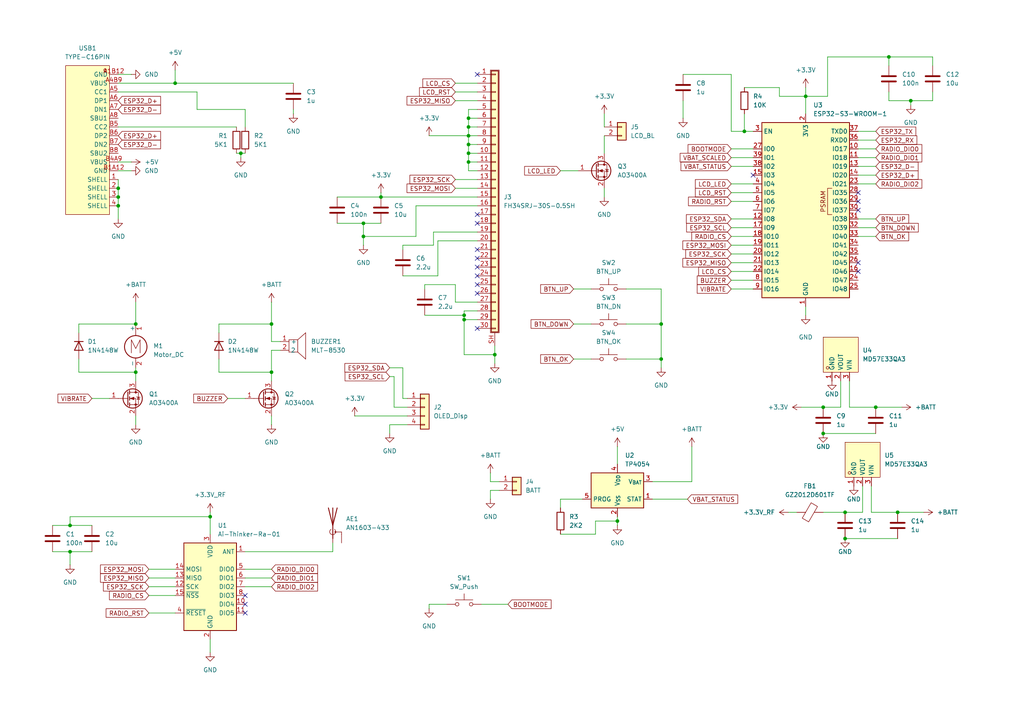
<source format=kicad_sch>
(kicad_sch (version 20231120) (generator "eeschema") (generator_version "8.0")
  (paper "A4")
  (junction (at 135.89 44.45))
  (junction (at 143.51 102.87))
  (junction (at 254 118.11))
  (junction (at 264.16 29.21))
  (junction (at 134.62 92.71))
  (junction (at 257.81 16.51))
  (junction (at 135.89 39.37))
  (junction (at 110.49 57.15))
  (junction (at 135.89 36.83))
  (junction (at 191.77 104.14))
  (junction (at 134.62 91.44))
  (junction (at 215.9 38.1))
  (junction (at 20.32 152.4))
  (junction (at 191.77 93.98))
  (junction (at 135.89 34.29))
  (junction (at 34.29 59.69))
  (junction (at 245.11 148.59))
  (junction (at 39.37 93.98))
  (junction (at 238.76 125.73))
  (junction (at 179.07 151.13))
  (junction (at 69.85 44.45))
  (junction (at 34.29 57.15))
  (junction (at 78.74 107.95))
  (junction (at 20.32 160.02))
  (junction (at 60.96 149.86))
  (junction (at 260.35 148.59))
  (junction (at 105.41 64.77))
  (junction (at 105.41 68.58))
  (junction (at 135.89 41.91))
  (junction (at 245.11 156.21))
  (junction (at 238.76 118.11))
  (junction (at 78.74 93.98))
  (junction (at 34.29 54.61))
  (junction (at 50.8 24.13))
  (junction (at 39.37 107.95))
  (junction (at 233.68 27.94))
  (junction (at 135.89 46.99))
  (no_connect (at 138.43 74.93))
  (no_connect (at 138.43 64.77))
  (no_connect (at 248.92 55.88))
  (no_connect (at 218.44 50.8))
  (no_connect (at 71.12 175.26))
  (no_connect (at 138.43 77.47))
  (no_connect (at 248.92 78.74))
  (no_connect (at 71.12 177.8))
  (no_connect (at 248.92 76.2))
  (no_connect (at 138.43 62.23))
  (no_connect (at 138.43 85.09))
  (no_connect (at 138.43 21.59))
  (no_connect (at 138.43 82.55))
  (no_connect (at 248.92 58.42))
  (no_connect (at 138.43 95.25))
  (no_connect (at 138.43 72.39))
  (no_connect (at 248.92 60.96))
  (no_connect (at 138.43 80.01))
  (no_connect (at 71.12 172.72))
  (wire (pts (xy 162.56 154.94) (xy 172.72 154.94)))
  (wire (pts (xy 191.77 83.82) (xy 191.77 93.98)))
  (wire (pts (xy 22.86 107.95) (xy 39.37 107.95)))
  (wire (pts (xy 132.08 82.55) (xy 123.19 82.55)))
  (wire (pts (xy 39.37 87.63) (xy 39.37 93.98)))
  (wire (pts (xy 134.62 91.44) (xy 134.62 92.71)))
  (wire (pts (xy 50.8 20.32) (xy 50.8 24.13)))
  (wire (pts (xy 233.68 27.94) (xy 233.68 33.02)))
  (wire (pts (xy 132.08 26.67) (xy 138.43 26.67)))
  (wire (pts (xy 60.96 185.42) (xy 60.96 189.23)))
  (wire (pts (xy 129.54 175.26) (xy 124.46 175.26)))
  (wire (pts (xy 132.08 87.63) (xy 132.08 82.55)))
  (wire (pts (xy 248.92 50.8) (xy 254 50.8)))
  (wire (pts (xy 252.73 148.59) (xy 252.73 140.97)))
  (wire (pts (xy 212.09 38.1) (xy 215.9 38.1)))
  (wire (pts (xy 38.1 46.99) (xy 34.29 46.99)))
  (wire (pts (xy 105.41 64.77) (xy 110.49 64.77)))
  (wire (pts (xy 212.09 78.74) (xy 218.44 78.74)))
  (wire (pts (xy 181.61 104.14) (xy 191.77 104.14)))
  (wire (pts (xy 134.62 102.87) (xy 143.51 102.87)))
  (wire (pts (xy 243.84 110.49) (xy 243.84 118.11)))
  (wire (pts (xy 248.92 53.34) (xy 254 53.34)))
  (wire (pts (xy 78.74 120.65) (xy 78.74 123.19)))
  (wire (pts (xy 39.37 107.95) (xy 39.37 110.49)))
  (wire (pts (xy 212.09 53.34) (xy 218.44 53.34)))
  (wire (pts (xy 175.26 39.37) (xy 175.26 44.45)))
  (wire (pts (xy 200.66 129.54) (xy 200.66 139.7)))
  (wire (pts (xy 116.84 115.57) (xy 116.84 106.68)))
  (wire (pts (xy 168.91 144.78) (xy 162.56 144.78)))
  (wire (pts (xy 212.09 21.59) (xy 212.09 38.1)))
  (wire (pts (xy 212.09 81.28) (xy 218.44 81.28)))
  (wire (pts (xy 248.92 63.5) (xy 254 63.5)))
  (wire (pts (xy 123.19 82.55) (xy 123.19 83.82)))
  (wire (pts (xy 38.1 49.53) (xy 34.29 49.53)))
  (wire (pts (xy 105.41 68.58) (xy 105.41 71.12)))
  (wire (pts (xy 124.46 175.26) (xy 124.46 176.53)))
  (wire (pts (xy 257.81 29.21) (xy 264.16 29.21)))
  (wire (pts (xy 71.12 160.02) (xy 96.52 160.02)))
  (wire (pts (xy 212.09 45.72) (xy 218.44 45.72)))
  (wire (pts (xy 125.73 71.12) (xy 116.84 71.12)))
  (wire (pts (xy 20.32 160.02) (xy 26.67 160.02)))
  (wire (pts (xy 68.58 44.45) (xy 69.85 44.45)))
  (wire (pts (xy 116.84 80.01) (xy 127 80.01)))
  (wire (pts (xy 212.09 43.18) (xy 218.44 43.18)))
  (wire (pts (xy 189.23 144.78) (xy 199.39 144.78)))
  (wire (pts (xy 71.12 31.75) (xy 57.15 31.75)))
  (wire (pts (xy 264.16 29.21) (xy 270.51 29.21)))
  (wire (pts (xy 138.43 31.75) (xy 135.89 31.75)))
  (wire (pts (xy 228.6 148.59) (xy 231.14 148.59)))
  (wire (pts (xy 248.92 66.04) (xy 254 66.04)))
  (wire (pts (xy 212.09 55.88) (xy 218.44 55.88)))
  (wire (pts (xy 135.89 44.45) (xy 138.43 44.45)))
  (wire (pts (xy 172.72 151.13) (xy 179.07 151.13)))
  (wire (pts (xy 22.86 104.14) (xy 22.86 107.95)))
  (wire (pts (xy 166.37 83.82) (xy 171.45 83.82)))
  (wire (pts (xy 233.68 25.4) (xy 233.68 27.94)))
  (wire (pts (xy 110.49 55.88) (xy 110.49 57.15)))
  (wire (pts (xy 138.43 67.31) (xy 125.73 67.31)))
  (wire (pts (xy 212.09 76.2) (xy 218.44 76.2)))
  (wire (pts (xy 50.8 24.13) (xy 34.29 24.13)))
  (wire (pts (xy 71.12 170.18) (xy 78.74 170.18)))
  (wire (pts (xy 248.92 38.1) (xy 254 38.1)))
  (wire (pts (xy 200.66 139.7) (xy 189.23 139.7)))
  (wire (pts (xy 246.38 118.11) (xy 246.38 110.49)))
  (wire (pts (xy 135.89 34.29) (xy 135.89 36.83)))
  (wire (pts (xy 248.92 45.72) (xy 254 45.72)))
  (wire (pts (xy 113.03 123.19) (xy 113.03 125.73)))
  (wire (pts (xy 123.19 91.44) (xy 134.62 91.44)))
  (wire (pts (xy 248.92 43.18) (xy 254 43.18)))
  (wire (pts (xy 135.89 39.37) (xy 138.43 39.37)))
  (wire (pts (xy 34.29 57.15) (xy 34.29 59.69)))
  (wire (pts (xy 212.09 48.26) (xy 218.44 48.26)))
  (wire (pts (xy 34.29 54.61) (xy 34.29 57.15)))
  (wire (pts (xy 166.37 104.14) (xy 171.45 104.14)))
  (wire (pts (xy 135.89 39.37) (xy 135.89 41.91)))
  (wire (pts (xy 261.62 118.11) (xy 254 118.11)))
  (wire (pts (xy 38.1 21.59) (xy 34.29 21.59)))
  (wire (pts (xy 135.89 34.29) (xy 138.43 34.29)))
  (wire (pts (xy 135.89 36.83) (xy 138.43 36.83)))
  (wire (pts (xy 245.11 156.21) (xy 260.35 156.21)))
  (wire (pts (xy 212.09 71.12) (xy 218.44 71.12)))
  (wire (pts (xy 191.77 104.14) (xy 191.77 106.68)))
  (wire (pts (xy 139.7 175.26) (xy 147.32 175.26)))
  (wire (pts (xy 113.03 109.22) (xy 114.3 109.22)))
  (wire (pts (xy 63.5 93.98) (xy 63.5 96.52)))
  (wire (pts (xy 34.29 52.07) (xy 34.29 54.61)))
  (wire (pts (xy 240.03 16.51) (xy 257.81 16.51)))
  (wire (pts (xy 142.24 142.24) (xy 142.24 144.78)))
  (wire (pts (xy 138.43 59.69) (xy 120.65 59.69)))
  (wire (pts (xy 212.09 83.82) (xy 218.44 83.82)))
  (wire (pts (xy 60.96 149.86) (xy 60.96 154.94)))
  (wire (pts (xy 238.76 125.73) (xy 254 125.73)))
  (wire (pts (xy 20.32 149.86) (xy 60.96 149.86)))
  (wire (pts (xy 179.07 151.13) (xy 179.07 152.4)))
  (wire (pts (xy 134.62 92.71) (xy 134.62 102.87)))
  (wire (pts (xy 226.06 27.94) (xy 233.68 27.94)))
  (wire (pts (xy 69.85 44.45) (xy 69.85 45.72)))
  (wire (pts (xy 175.26 33.02) (xy 175.26 36.83)))
  (wire (pts (xy 102.87 120.65) (xy 118.11 120.65)))
  (wire (pts (xy 118.11 115.57) (xy 116.84 115.57)))
  (wire (pts (xy 81.28 101.6) (xy 78.74 101.6)))
  (wire (pts (xy 143.51 100.33) (xy 143.51 102.87)))
  (wire (pts (xy 78.74 107.95) (xy 78.74 110.49)))
  (wire (pts (xy 71.12 167.64) (xy 78.74 167.64)))
  (wire (pts (xy 120.65 59.69) (xy 120.65 68.58)))
  (wire (pts (xy 125.73 67.31) (xy 125.73 71.12)))
  (wire (pts (xy 135.89 49.53) (xy 138.43 49.53)))
  (wire (pts (xy 97.79 57.15) (xy 110.49 57.15)))
  (wire (pts (xy 43.18 172.72) (xy 50.8 172.72)))
  (wire (pts (xy 138.43 87.63) (xy 132.08 87.63)))
  (wire (pts (xy 69.85 44.45) (xy 71.12 44.45)))
  (wire (pts (xy 144.78 142.24) (xy 142.24 142.24)))
  (wire (pts (xy 181.61 93.98) (xy 191.77 93.98)))
  (wire (pts (xy 135.89 46.99) (xy 138.43 46.99)))
  (wire (pts (xy 15.24 152.4) (xy 20.32 152.4)))
  (wire (pts (xy 116.84 106.68) (xy 113.03 106.68)))
  (wire (pts (xy 124.46 39.37) (xy 135.89 39.37)))
  (wire (pts (xy 257.81 26.67) (xy 257.81 29.21)))
  (wire (pts (xy 34.29 36.83) (xy 68.58 36.83)))
  (wire (pts (xy 114.3 109.22) (xy 114.3 118.11)))
  (wire (pts (xy 15.24 160.02) (xy 20.32 160.02)))
  (wire (pts (xy 34.29 59.69) (xy 34.29 63.5)))
  (wire (pts (xy 257.81 16.51) (xy 270.51 16.51)))
  (wire (pts (xy 248.92 68.58) (xy 254 68.58)))
  (wire (pts (xy 254 118.11) (xy 246.38 118.11)))
  (wire (pts (xy 127 80.01) (xy 127 69.85)))
  (wire (pts (xy 238.76 118.11) (xy 243.84 118.11)))
  (wire (pts (xy 20.32 152.4) (xy 26.67 152.4)))
  (wire (pts (xy 233.68 88.9) (xy 233.68 91.44)))
  (wire (pts (xy 198.12 21.59) (xy 212.09 21.59)))
  (wire (pts (xy 257.81 16.51) (xy 257.81 19.05)))
  (wire (pts (xy 20.32 160.02) (xy 20.32 163.83)))
  (wire (pts (xy 116.84 71.12) (xy 116.84 72.39)))
  (wire (pts (xy 166.37 93.98) (xy 171.45 93.98)))
  (wire (pts (xy 179.07 129.54) (xy 179.07 134.62)))
  (wire (pts (xy 260.35 148.59) (xy 252.73 148.59)))
  (wire (pts (xy 138.43 90.17) (xy 134.62 90.17)))
  (wire (pts (xy 215.9 38.1) (xy 218.44 38.1)))
  (wire (pts (xy 245.11 148.59) (xy 250.19 148.59)))
  (wire (pts (xy 179.07 149.86) (xy 179.07 151.13)))
  (wire (pts (xy 63.5 107.95) (xy 78.74 107.95)))
  (wire (pts (xy 132.08 54.61) (xy 138.43 54.61)))
  (wire (pts (xy 135.89 36.83) (xy 135.89 39.37)))
  (wire (pts (xy 20.32 152.4) (xy 20.32 149.86)))
  (wire (pts (xy 135.89 44.45) (xy 135.89 46.99)))
  (wire (pts (xy 60.96 148.59) (xy 60.96 149.86)))
  (wire (pts (xy 78.74 93.98) (xy 63.5 93.98)))
  (wire (pts (xy 66.04 115.57) (xy 71.12 115.57)))
  (wire (pts (xy 212.09 58.42) (xy 218.44 58.42)))
  (wire (pts (xy 120.65 68.58) (xy 105.41 68.58)))
  (wire (pts (xy 143.51 102.87) (xy 143.51 105.41)))
  (wire (pts (xy 238.76 148.59) (xy 245.11 148.59)))
  (wire (pts (xy 212.09 66.04) (xy 218.44 66.04)))
  (wire (pts (xy 226.06 25.4) (xy 226.06 27.94)))
  (wire (pts (xy 63.5 104.14) (xy 63.5 107.95)))
  (wire (pts (xy 110.49 57.15) (xy 138.43 57.15)))
  (wire (pts (xy 96.52 160.02) (xy 96.52 157.48)))
  (wire (pts (xy 43.18 170.18) (xy 50.8 170.18)))
  (wire (pts (xy 57.15 31.75) (xy 57.15 26.67)))
  (wire (pts (xy 240.03 16.51) (xy 240.03 27.94)))
  (wire (pts (xy 248.92 48.26) (xy 254 48.26)))
  (wire (pts (xy 250.19 140.97) (xy 250.19 148.59)))
  (wire (pts (xy 142.24 139.7) (xy 142.24 137.16)))
  (wire (pts (xy 22.86 93.98) (xy 22.86 96.52)))
  (wire (pts (xy 132.08 52.07) (xy 138.43 52.07)))
  (wire (pts (xy 267.97 148.59) (xy 260.35 148.59)))
  (wire (pts (xy 240.03 27.94) (xy 233.68 27.94)))
  (wire (pts (xy 78.74 87.63) (xy 78.74 93.98)))
  (wire (pts (xy 162.56 144.78) (xy 162.56 147.32)))
  (wire (pts (xy 71.12 36.83) (xy 71.12 31.75)))
  (wire (pts (xy 50.8 24.13) (xy 85.09 24.13)))
  (wire (pts (xy 135.89 46.99) (xy 135.89 49.53)))
  (wire (pts (xy 26.67 115.57) (xy 31.75 115.57)))
  (wire (pts (xy 135.89 31.75) (xy 135.89 34.29)))
  (wire (pts (xy 212.09 63.5) (xy 218.44 63.5)))
  (wire (pts (xy 270.51 19.05) (xy 270.51 16.51)))
  (wire (pts (xy 135.89 41.91) (xy 138.43 41.91)))
  (wire (pts (xy 132.08 24.13) (xy 138.43 24.13)))
  (wire (pts (xy 57.15 26.67) (xy 34.29 26.67)))
  (wire (pts (xy 105.41 68.58) (xy 105.41 64.77)))
  (wire (pts (xy 127 69.85) (xy 138.43 69.85)))
  (wire (pts (xy 270.51 29.21) (xy 270.51 26.67)))
  (wire (pts (xy 134.62 90.17) (xy 134.62 91.44)))
  (wire (pts (xy 71.12 165.1) (xy 78.74 165.1)))
  (wire (pts (xy 114.3 118.11) (xy 118.11 118.11)))
  (wire (pts (xy 144.78 139.7) (xy 142.24 139.7)))
  (wire (pts (xy 78.74 99.06) (xy 78.74 93.98)))
  (wire (pts (xy 43.18 177.8) (xy 50.8 177.8)))
  (wire (pts (xy 138.43 92.71) (xy 134.62 92.71)))
  (wire (pts (xy 118.11 123.19) (xy 113.03 123.19)))
  (wire (pts (xy 175.26 54.61) (xy 175.26 57.15)))
  (wire (pts (xy 97.79 64.77) (xy 105.41 64.77)))
  (wire (pts (xy 181.61 83.82) (xy 191.77 83.82)))
  (wire (pts (xy 81.28 99.06) (xy 78.74 99.06)))
  (wire (pts (xy 39.37 107.95) (xy 39.37 106.68)))
  (wire (pts (xy 43.18 167.64) (xy 50.8 167.64)))
  (wire (pts (xy 232.41 118.11) (xy 238.76 118.11)))
  (wire (pts (xy 135.89 41.91) (xy 135.89 44.45)))
  (wire (pts (xy 191.77 93.98) (xy 191.77 104.14)))
  (wire (pts (xy 198.12 29.21) (xy 198.12 34.29)))
  (wire (pts (xy 43.18 165.1) (xy 50.8 165.1)))
  (wire (pts (xy 172.72 154.94) (xy 172.72 151.13)))
  (wire (pts (xy 132.08 29.21) (xy 138.43 29.21)))
  (wire (pts (xy 215.9 33.02) (xy 215.9 38.1)))
  (wire (pts (xy 248.92 40.64) (xy 254 40.64)))
  (wire (pts (xy 264.16 29.21) (xy 264.16 30.48)))
  (wire (pts (xy 85.09 31.75) (xy 85.09 33.02)))
  (wire (pts (xy 78.74 101.6) (xy 78.74 107.95)))
  (wire (pts (xy 39.37 93.98) (xy 22.86 93.98)))
  (wire (pts (xy 215.9 25.4) (xy 226.06 25.4)))
  (wire (pts (xy 39.37 120.65) (xy 39.37 123.19)))
  (wire (pts (xy 212.09 68.58) (xy 218.44 68.58)))
  (wire (pts (xy 162.56 49.53) (xy 167.64 49.53)))
  (wire (pts (xy 212.09 73.66) (xy 218.44 73.66)))
  (global_label "ESP32_RX" (shape input) (at 254 40.64 0) (property "Intersheetrefs" "${INTERSHEET_REFS}" (effects (hide yes))))
  (global_label "LCD_LED" (shape input) (at 212.09 53.34 180) (property "Intersheetrefs" "${INTERSHEET_REFS}" (effects (hide yes))))
  (global_label "ESP32_SCK" (shape input) (at 132.08 52.07 180) (property "Intersheetrefs" "${INTERSHEET_REFS}" (effects (hide yes))))
  (global_label "ESP32_SDA" (shape input) (at 212.09 63.5 180) (property "Intersheetrefs" "${INTERSHEET_REFS}" (effects (hide yes))))
  (global_label "ESP32_SCK" (shape input) (at 43.18 170.18 180) (property "Intersheetrefs" "${INTERSHEET_REFS}" (effects (hide yes))))
  (global_label "VBAT_STATUS" (shape input) (at 212.09 48.26 180) (property "Intersheetrefs" "${INTERSHEET_REFS}" (effects (hide yes))))
  (global_label "RADIO_DIO0" (shape input) (at 254 43.18 0) (property "Intersheetrefs" "${INTERSHEET_REFS}" (effects (hide yes))))
  (global_label "ESP32_SCK" (shape input) (at 212.09 73.66 180) (property "Intersheetrefs" "${INTERSHEET_REFS}" (effects (hide yes))))
  (global_label "RADIO_DIO1" (shape input) (at 78.74 167.64 0) (property "Intersheetrefs" "${INTERSHEET_REFS}" (effects (hide yes))))
  (global_label "VIBRATE" (shape input) (at 26.67 115.57 180) (property "Intersheetrefs" "${INTERSHEET_REFS}" (effects (hide yes))))
  (global_label "LCD_CS" (shape input) (at 212.09 78.74 180) (property "Intersheetrefs" "${INTERSHEET_REFS}" (effects (hide yes))))
  (global_label "ESP32_D+" (shape input) (at 254 50.8 0) (property "Intersheetrefs" "${INTERSHEET_REFS}" (effects (hide yes))))
  (global_label "ESP32_MISO" (shape input) (at 43.18 167.64 180) (property "Intersheetrefs" "${INTERSHEET_REFS}" (effects (hide yes))))
  (global_label "ESP32_SCL" (shape input) (at 212.09 66.04 180) (property "Intersheetrefs" "${INTERSHEET_REFS}" (effects (hide yes))))
  (global_label "BOOTMODE" (shape input) (at 212.09 43.18 180) (property "Intersheetrefs" "${INTERSHEET_REFS}" (effects (hide yes))))
  (global_label "LCD_LED" (shape input) (at 162.56 49.53 180) (property "Intersheetrefs" "${INTERSHEET_REFS}" (effects (hide yes))))
  (global_label "VBAT_STATUS" (shape input) (at 199.39 144.78 0) (property "Intersheetrefs" "${INTERSHEET_REFS}" (effects (hide yes))))
  (global_label "ESP32_D-" (shape input) (at 34.29 41.91 0) (property "Intersheetrefs" "${INTERSHEET_REFS}" (effects (hide yes))))
  (global_label "ESP32_TX" (shape input) (at 254 38.1 0) (property "Intersheetrefs" "${INTERSHEET_REFS}" (effects (hide yes))))
  (global_label "RADIO_DIO0" (shape input) (at 78.74 165.1 0) (property "Intersheetrefs" "${INTERSHEET_REFS}" (effects (hide yes))))
  (global_label "RADIO_CS" (shape input) (at 43.18 172.72 180) (property "Intersheetrefs" "${INTERSHEET_REFS}" (effects (hide yes))))
  (global_label "BTN_DOWN" (shape input) (at 166.37 93.98 180) (property "Intersheetrefs" "${INTERSHEET_REFS}" (effects (hide yes))))
  (global_label "ESP32_MOSI" (shape input) (at 212.09 71.12 180) (property "Intersheetrefs" "${INTERSHEET_REFS}" (effects (hide yes))))
  (global_label "RADIO_RST" (shape input) (at 43.18 177.8 180) (property "Intersheetrefs" "${INTERSHEET_REFS}" (effects (hide yes))))
  (global_label "BUZZER" (shape input) (at 212.09 81.28 180) (property "Intersheetrefs" "${INTERSHEET_REFS}" (effects (hide yes))))
  (global_label "BTN_UP" (shape input) (at 166.37 83.82 180) (property "Intersheetrefs" "${INTERSHEET_REFS}" (effects (hide yes))))
  (global_label "BTN_UP" (shape input) (at 254 63.5 0) (property "Intersheetrefs" "${INTERSHEET_REFS}" (effects (hide yes))))
  (global_label "ESP32_MISO" (shape input) (at 212.09 76.2 180) (property "Intersheetrefs" "${INTERSHEET_REFS}" (effects (hide yes))))
  (global_label "ESP32_SDA" (shape input) (at 113.03 106.68 180) (property "Intersheetrefs" "${INTERSHEET_REFS}" (effects (hide yes))))
  (global_label "ESP32_MOSI" (shape input) (at 43.18 165.1 180) (property "Intersheetrefs" "${INTERSHEET_REFS}" (effects (hide yes))))
  (global_label "LCD_CS" (shape input) (at 132.08 24.13 180) (property "Intersheetrefs" "${INTERSHEET_REFS}" (effects (hide yes))))
  (global_label "RADIO_CS" (shape input) (at 212.09 68.58 180) (property "Intersheetrefs" "${INTERSHEET_REFS}" (effects (hide yes))))
  (global_label "ESP32_D+" (shape input) (at 34.29 39.37 0) (property "Intersheetrefs" "${INTERSHEET_REFS}" (effects (hide yes))))
  (global_label "BTN_OK" (shape input) (at 254 68.58 0) (property "Intersheetrefs" "${INTERSHEET_REFS}" (effects (hide yes))))
  (global_label "ESP32_MOSI" (shape input) (at 132.08 54.61 180) (property "Intersheetrefs" "${INTERSHEET_REFS}" (effects (hide yes))))
  (global_label "RADIO_DIO2" (shape input) (at 78.74 170.18 0) (property "Intersheetrefs" "${INTERSHEET_REFS}" (effects (hide yes))))
  (global_label "RADIO_DIO2" (shape input) (at 254 53.34 0) (property "Intersheetrefs" "${INTERSHEET_REFS}" (effects (hide yes))))
  (global_label "BTN_OK" (shape input) (at 166.37 104.14 180) (property "Intersheetrefs" "${INTERSHEET_REFS}" (effects (hide yes))))
  (global_label "BUZZER" (shape input) (at 66.04 115.57 180) (property "Intersheetrefs" "${INTERSHEET_REFS}" (effects (hide yes))))
  (global_label "ESP32_D-" (shape input) (at 254 48.26 0) (property "Intersheetrefs" "${INTERSHEET_REFS}" (effects (hide yes))))
  (global_label "ESP32_SCL" (shape input) (at 113.03 109.22 180) (property "Intersheetrefs" "${INTERSHEET_REFS}" (effects (hide yes))))
  (global_label "RADIO_DIO1" (shape input) (at 254 45.72 0) (property "Intersheetrefs" "${INTERSHEET_REFS}" (effects (hide yes))))
  (global_label "ESP32_MISO" (shape input) (at 132.08 29.21 180) (property "Intersheetrefs" "${INTERSHEET_REFS}" (effects (hide yes))))
  (global_label "VIBRATE" (shape input) (at 212.09 83.82 180) (property "Intersheetrefs" "${INTERSHEET_REFS}" (effects (hide yes))))
  (global_label "BOOTMODE" (shape input) (at 147.32 175.26 0) (property "Intersheetrefs" "${INTERSHEET_REFS}" (effects (hide yes))))
  (global_label "LCD_RST" (shape input) (at 212.09 55.88 180) (property "Intersheetrefs" "${INTERSHEET_REFS}" (effects (hide yes))))
  (global_label "LCD_RST" (shape input) (at 132.08 26.67 180) (property "Intersheetrefs" "${INTERSHEET_REFS}" (effects (hide yes))))
  (global_label "VBAT_SCALED" (shape input) (at 212.09 45.72 180) (property "Intersheetrefs" "${INTERSHEET_REFS}" (effects (hide yes))))
  (global_label "BTN_DOWN" (shape input) (at 254 66.04 0) (property "Intersheetrefs" "${INTERSHEET_REFS}" (effects (hide yes))))
  (global_label "ESP32_D-" (shape input) (at 34.29 31.75 0) (property "Intersheetrefs" "${INTERSHEET_REFS}" (effects (hide yes))))
  (global_label "ESP32_D+" (shape input) (at 34.29 29.21 0) (property "Intersheetrefs" "${INTERSHEET_REFS}" (effects (hide yes))))
  (global_label "RADIO_RST" (shape input) (at 212.09 58.42 180) (property "Intersheetrefs" "${INTERSHEET_REFS}" (effects (hide yes))))
  (symbol (lib_id "easyeda:MD57E33QA3") (at 243.84 102.87 90) (unit 1)
    (property "Reference" "U4" (at 250.19 101.5999 90) (effects (justify right)))
    (property "Value" "MD57E33QA3" (at 250.19 104.1399 90) (effects (justify right)))
    (property "Footprint" "easyeda:SOT-23-3_L2.9-W1.6-P1.90-LS2.8-BR" (effects (hide yes)))
    (property "LCSC Part" "C920553" (effects (hide yes)))
  )
  (symbol (lib_id "power:GND") (at 238.76 125.73 0) (unit 1)
    (property "Reference" "#PWR036" (effects (hide yes)))
    (property "Value" "GND" (at 238.76 129.54 0))
    (property "Description" "Power symbol creates a global label with name \"GND\" , ground" (effects (hide yes)))
  )
  (symbol (lib_id "Device:C") (at 123.19 87.63 0) (unit 1)
    (property "Reference" "C7" (at 127 86.3599 0) (effects (justify left)))
    (property "Value" "2.2u" (at 127 88.8999 0) (effects (justify left)))
    (property "Footprint" "Capacitor_SMD:C_0805_2012Metric" (effects (hide yes)))
    (property "Description" "Unpolarized capacitor" (effects (hide yes)))
  )
  (symbol (lib_id "power:GND") (at 113.03 125.73 0) (unit 1)
    (property "Reference" "#PWR016" (effects (hide yes)))
    (property "Value" "GND" (at 113.03 130.81 0))
    (property "Description" "Power symbol creates a global label with name \"GND\" , ground" (effects (hide yes)))
  )
  (symbol (lib_id "power:+3.3V") (at 110.49 55.88 0) (unit 1)
    (property "Reference" "#PWR015" (effects (hide yes)))
    (property "Value" "+3.3V" (at 110.49 50.8 0))
    (property "Description" "Power symbol creates a global label with name \"+3.3V\"" (effects (hide yes)))
  )
  (symbol (lib_id "power:GND") (at 38.1 49.53 90) (unit 1)
    (property "Reference" "#PWR040" (effects (hide yes)))
    (property "Value" "GND" (at 41.91 49.5299 90) (effects (justify right)))
    (property "Description" "Power symbol creates a global label with name \"GND\" , ground" (effects (hide yes)))
  )
  (symbol (lib_id "power:GND") (at 142.24 144.78 0) (unit 1)
    (property "Reference" "#PWR020" (effects (hide yes)))
    (property "Value" "GND" (at 142.24 149.86 0))
    (property "Description" "Power symbol creates a global label with name \"GND\" , ground" (effects (hide yes)))
  )
  (symbol (lib_id "Device:C") (at 254 121.92 0) (unit 1)
    (property "Reference" "C11" (at 257.81 120.6499 0) (effects (justify left)))
    (property "Value" "1u" (at 257.81 123.1899 0) (effects (justify left)))
    (property "Footprint" "Capacitor_SMD:C_0805_2012Metric" (effects (hide yes)))
    (property "Description" "Unpolarized capacitor" (effects (hide yes)))
  )
  (symbol (lib_id "power:GND") (at 124.46 176.53 0) (unit 1)
    (property "Reference" "#PWR018" (effects (hide yes)))
    (property "Value" "GND" (at 124.46 181.61 0))
    (property "Description" "Power symbol creates a global label with name \"GND\" , ground" (effects (hide yes)))
  )
  (symbol (lib_id "power:GND") (at 69.85 45.72 0) (unit 1)
    (property "Reference" "#PWR08" (effects (hide yes)))
    (property "Value" "GND" (at 69.85 50.8 0))
    (property "Description" "Power symbol creates a global label with name \"GND\" , ground" (effects (hide yes)))
  )
  (symbol (lib_id "power:+3.3V") (at 102.87 120.65 0) (unit 1)
    (property "Reference" "#PWR013" (effects (hide yes)))
    (property "Value" "+3.3V" (at 102.87 115.57 0))
    (property "Description" "Power symbol creates a global label with name \"+3.3V\"" (effects (hide yes)))
  )
  (symbol (lib_id "power:+BATT") (at 267.97 148.59 270) (unit 1)
    (property "Reference" "#PWR039" (effects (hide yes)))
    (property "Value" "+BATT" (at 271.78 148.5899 90) (effects (justify left)))
    (property "Description" "Power symbol creates a global label with name \"+BATT\"" (effects (hide yes)))
  )
  (symbol (lib_id "Device:C") (at 85.09 27.94 0) (unit 1)
    (property "Reference" "C3" (at 88.9 26.6699 0) (effects (justify left)))
    (property "Value" "1u" (at 88.9 29.2099 0) (effects (justify left)))
    (property "Footprint" "Capacitor_SMD:C_0805_2012Metric" (effects (hide yes)))
    (property "Description" "Unpolarized capacitor" (effects (hide yes)))
  )
  (symbol (lib_id "power:GND") (at 245.11 156.21 0) (unit 1)
    (property "Reference" "#PWR037" (effects (hide yes)))
    (property "Value" "GND" (at 245.11 160.02 0))
    (property "Description" "Power symbol creates a global label with name \"GND\" , ground" (effects (hide yes)))
  )
  (symbol (lib_id "Battery_Management:MCP73831-2-OT") (at 179.07 142.24 0) (unit 1)
    (property "Reference" "U2" (at 181.2641 132.08 0) (effects (justify left)))
    (property "Value" "TP4054" (at 181.2641 134.62 0) (effects (justify left)))
    (property "Footprint" "Package_TO_SOT_SMD:SOT-23-5" (effects (hide yes)))
    (property "Datasheet" "https://www.lcsc.com/datasheet/lcsc_datasheet_1809261814_TOPPOWER-Nanjing-Extension-Microelectronics-TP4054-42-SOT25R_C32574.pdf" (effects (hide yes)))
  )
  (symbol (lib_id "RF_Module:ESP32-S3-WROOM-1") (at 233.68 60.96 0) (unit 1)
    (property "Reference" "U3" (at 235.8741 30.48 0) (effects (justify left)))
    (property "Value" "ESP32-S3-WROOM-1" (at 235.8741 33.02 0) (effects (justify left)))
    (property "Footprint" "RF_Module:ESP32-S3-WROOM-1" (effects (hide yes)))
    (property "Datasheet" "https://www.espressif.com/sites/default/files/documentation/esp32-s3-wroom-1_wroom-1u_datasheet_en.pdf" (effects (hide yes)))
    (property "Description" "RF Module, ESP32-S3 SoC, Wi-Fi 802.11b/g/n, Bluetooth, BLE, 32-bit, 3.3V, onboard antenna, SMD" (effects (hide yes)))
  )
  (symbol (lib_id "power:+BATT") (at 200.66 129.54 0) (unit 1)
    (property "Reference" "#PWR028" (effects (hide yes)))
    (property "Value" "+BATT" (at 200.66 124.46 0))
    (property "Description" "Power symbol creates a global label with name \"+BATT\"" (effects (hide yes)))
  )
  (symbol (lib_id "Transistor_FET:AO3400A") (at 36.83 115.57 0) (unit 1)
    (property "Reference" "Q1" (at 43.18 114.2999 0) (effects (justify left)))
    (property "Value" "AO3400A" (at 43.18 116.8399 0) (effects (justify left)))
    (property "Footprint" "Package_TO_SOT_SMD:SOT-23" (effects (hide yes)))
    (property "Datasheet" "http://www.aosmd.com/pdfs/datasheet/AO3400A.pdf" (effects (hide yes)))
    (property "Description" "30V Vds, 5.7A Id, N-Channel MOSFET, SOT-23" (effects (hide yes)))
  )
  (symbol (lib_id "Transistor_FET:AO3400A") (at 172.72 49.53 0) (unit 1)
    (property "Reference" "Q3" (at 179.07 48.2599 0) (effects (justify left)))
    (property "Value" "AO3400A" (at 179.07 50.7999 0) (effects (justify left)))
    (property "Footprint" "Package_TO_SOT_SMD:SOT-23" (effects (hide yes)))
    (property "Datasheet" "http://www.aosmd.com/pdfs/datasheet/AO3400A.pdf" (effects (hide yes)))
    (property "Description" "30V Vds, 5.7A Id, N-Channel MOSFET, SOT-23" (effects (hide yes)))
  )
  (symbol (lib_id "Connector_Generic:Conn_01x02") (at 180.34 36.83 0) (unit 1)
    (property "Reference" "J5" (at 182.88 36.8299 0) (effects (justify left)))
    (property "Value" "LCD_BL" (at 182.88 39.3699 0) (effects (justify left)))
    (property "Footprint" "Waffle2Rev0.1:ER-CON2.0-2P-SMD" (effects (hide yes)))
    (property "Description" "Generic connector, single row, 01x02, script generated (kicad-library-utils/schlib/autogen/connector/)" (effects (hide yes)))
  )
  (symbol (lib_id "Device:R") (at 71.12 40.64 0) (unit 1)
    (property "Reference" "R2" (at 73.66 39.3699 0) (effects (justify left)))
    (property "Value" "5K1" (at 73.66 41.9099 0) (effects (justify left)))
    (property "Footprint" "Capacitor_SMD:C_0805_2012Metric" (effects (hide yes)))
    (property "Description" "Resistor" (effects (hide yes)))
  )
  (symbol (lib_id "power:GND") (at 20.32 163.83 0) (unit 1)
    (property "Reference" "#PWR01" (effects (hide yes)))
    (property "Value" "GND" (at 20.32 168.91 0))
    (property "Description" "Power symbol creates a global label with name \"GND\" , ground" (effects (hide yes)))
  )
  (symbol (lib_id "Device:C") (at 116.84 76.2 0) (unit 1)
    (property "Reference" "C6" (at 120.65 74.9299 0) (effects (justify left)))
    (property "Value" "2.2u" (at 120.65 77.4699 0) (effects (justify left)))
    (property "Footprint" "Capacitor_SMD:C_0805_2012Metric" (effects (hide yes)))
    (property "Description" "Unpolarized capacitor" (effects (hide yes)))
  )
  (symbol (lib_id "Device:C") (at 257.81 22.86 0) (unit 1)
    (property "Reference" "C10" (at 261.62 21.5899 0) (effects (justify left)))
    (property "Value" "100n" (at 261.62 24.1299 0) (effects (justify left)))
    (property "Footprint" "Capacitor_SMD:C_0805_2012Metric" (effects (hide yes)))
    (property "Description" "Unpolarized capacitor" (effects (hide yes)))
  )
  (symbol (lib_id "power:GND") (at 247.65 140.97 0) (unit 1)
    (property "Reference" "#PWR038" (effects (hide yes)))
    (property "Value" "GND" (at 247.65 144.78 0))
    (property "Description" "Power symbol creates a global label with name \"GND\" , ground" (effects (hide yes)))
  )
  (symbol (lib_id "power:GND") (at 179.07 152.4 0) (unit 1)
    (property "Reference" "#PWR026" (effects (hide yes)))
    (property "Value" "GND" (at 179.07 157.48 0))
    (property "Description" "Power symbol creates a global label with name \"GND\" , ground" (effects (hide yes)))
  )
  (symbol (lib_id "Connector_Generic:Conn_01x04") (at 123.19 118.11 0) (unit 1)
    (property "Reference" "J2" (at 125.73 118.1099 0) (effects (justify left)))
    (property "Value" "OLED_Disp" (at 125.73 120.6499 0) (effects (justify left)))
    (property "Footprint" "Connector_PinHeader_2.54mm:PinHeader_1x04_P2.54mm_Vertical" (effects (hide yes)))
    (property "Description" "Generic connector, single row, 01x04, script generated (kicad-library-utils/schlib/autogen/connector/)" (effects (hide yes)))
  )
  (symbol (lib_id "easyeda:TYPE-C16PIN") (at 25.4 40.64 0) (mirror y) (unit 1)
    (property "Reference" "USB1" (at 25.4 13.97 0))
    (property "Value" "TYPE-C16PIN" (at 25.4 16.51 0))
    (property "Footprint" "easyeda:USB-C-SMD_TYPE-C16PIN" (effects (hide yes)))
    (property "Datasheet" "https://lcsc.com/product-detail/USB-Connectors_SHOU-HAN-TYPE-C16PIN_C393939.html" (effects (hide yes)))
    (property "LCSC Part" "C393939" (effects (hide yes)))
  )
  (symbol (lib_id "power:GND") (at 39.37 123.19 0) (unit 1)
    (property "Reference" "#PWR04" (effects (hide yes)))
    (property "Value" "GND" (at 39.37 128.27 0))
    (property "Description" "Power symbol creates a global label with name \"GND\" , ground" (effects (hide yes)))
  )
  (symbol (lib_id "easyeda:MD57E33QA3") (at 250.19 133.35 90) (unit 1)
    (property "Reference" "U5" (at 256.54 132.0799 90) (effects (justify right)))
    (property "Value" "MD57E33QA3" (at 256.54 134.6199 90) (effects (justify right)))
    (property "Footprint" "easyeda:SOT-23-3_L2.9-W1.6-P1.90-LS2.8-BR" (effects (hide yes)))
    (property "LCSC Part" "C920553" (effects (hide yes)))
  )
  (symbol (lib_id "Device:R") (at 215.9 29.21 0) (unit 1)
    (property "Reference" "R4" (at 218.44 27.9399 0) (effects (justify left)))
    (property "Value" "10K" (at 218.44 30.4799 0) (effects (justify left)))
    (property "Footprint" "Capacitor_SMD:C_0805_2012Metric" (effects (hide yes)))
    (property "Description" "Resistor" (effects (hide yes)))
  )
  (symbol (lib_id "power:GND") (at 191.77 106.68 0) (unit 1)
    (property "Reference" "#PWR024" (effects (hide yes)))
    (property "Value" "GND" (at 191.77 111.76 0))
    (property "Description" "Power symbol creates a global label with name \"GND\" , ground" (effects (hide yes)))
  )
  (symbol (lib_id "power:+BATT") (at 78.74 87.63 0) (unit 1)
    (property "Reference" "#PWR09" (effects (hide yes)))
    (property "Value" "+BATT" (at 78.74 82.55 0))
    (property "Description" "Power symbol creates a global label with name \"+BATT\"" (effects (hide yes)))
  )
  (symbol (lib_id "Device:C") (at 245.11 152.4 0) (unit 1)
    (property "Reference" "C13" (at 248.92 151.1299 0) (effects (justify left)))
    (property "Value" "1u" (at 248.92 153.6699 0) (effects (justify left)))
    (property "Footprint" "Capacitor_SMD:C_0805_2012Metric" (effects (hide yes)))
    (property "Description" "Unpolarized capacitor" (effects (hide yes)))
  )
  (symbol (lib_id "power:+BATT") (at 261.62 118.11 270) (unit 1)
    (property "Reference" "#PWR031" (effects (hide yes)))
    (property "Value" "+BATT" (at 265.43 118.1099 90) (effects (justify left)))
    (property "Description" "Power symbol creates a global label with name \"+BATT\"" (effects (hide yes)))
  )
  (symbol (lib_id "Connector_Generic_Shielded:Conn_01x30_Shielded") (at 143.51 57.15 0) (unit 1)
    (property "Reference" "J3" (at 146.05 57.1499 0) (effects (justify left)))
    (property "Value" "FH34SRJ-30S-0.5SH" (at 146.05 59.6899 0) (effects (justify left)))
    (property "Footprint" "Waffle2Rev0.1:ER-CON30HB-1" (effects (hide yes)))
    (property "Description" "Generic shielded connector, single row, 01x30, script generated (kicad-library-utils/schlib/autogen/connector/)" (effects (hide yes)))
  )
  (symbol (lib_id "power:GND") (at 241.3 110.49 0) (unit 1)
    (property "Reference" "#PWR034" (effects (hide yes)))
    (property "Value" "GND" (at 241.3 114.3 0))
    (property "Description" "Power symbol creates a global label with name \"GND\" , ground" (effects (hide yes)))
  )
  (symbol (lib_id "power:GND") (at 60.96 189.23 0) (unit 1)
    (property "Reference" "#PWR07" (effects (hide yes)))
    (property "Value" "GND" (at 60.96 194.31 0))
    (property "Description" "Power symbol creates a global label with name \"GND\" , ground" (effects (hide yes)))
  )
  (symbol (lib_id "Transistor_FET:AO3400A") (at 76.2 115.57 0) (unit 1)
    (property "Reference" "Q2" (at 82.55 114.2999 0) (effects (justify left)))
    (property "Value" "AO3400A" (at 82.55 116.8399 0) (effects (justify left)))
    (property "Footprint" "Package_TO_SOT_SMD:SOT-23" (effects (hide yes)))
    (property "Datasheet" "http://www.aosmd.com/pdfs/datasheet/AO3400A.pdf" (effects (hide yes)))
    (property "Description" "30V Vds, 5.7A Id, N-Channel MOSFET, SOT-23" (effects (hide yes)))
  )
  (symbol (lib_id "Switch:SW_Push") (at 176.53 104.14 0) (unit 1)
    (property "Reference" "SW4" (at 176.53 96.52 0))
    (property "Value" "BTN_OK" (at 176.53 99.06 0))
    (property "Footprint" "Button_Switch_SMD:SW_SPST_CK_RS282G05A3" (effects (hide yes)))
    (property "Description" "Push button switch, generic, two pins" (effects (hide yes)))
  )
  (symbol (lib_id "power:GND") (at 38.1 21.59 90) (unit 1)
    (property "Reference" "#PWR041" (effects (hide yes)))
    (property "Value" "GND" (at 41.91 21.5899 90) (effects (justify right)))
    (property "Description" "Power symbol creates a global label with name \"GND\" , ground" (effects (hide yes)))
  )
  (symbol (lib_id "power:+BATT") (at 39.37 87.63 0) (unit 1)
    (property "Reference" "#PWR03" (effects (hide yes)))
    (property "Value" "+BATT" (at 39.37 82.55 0))
    (property "Description" "Power symbol creates a global label with name \"+BATT\"" (effects (hide yes)))
  )
  (symbol (lib_id "power:GND") (at 85.09 33.02 0) (unit 1)
    (property "Reference" "#PWR011" (effects (hide yes)))
    (property "Value" "GND" (at 85.09 38.1 0))
    (property "Description" "Power symbol creates a global label with name \"GND\" , ground" (effects (hide yes)))
  )
  (symbol (lib_id "Device:C") (at 270.51 22.86 0) (unit 1)
    (property "Reference" "C12" (at 274.32 21.5899 0) (effects (justify left)))
    (property "Value" "10u" (at 274.32 24.1299 0) (effects (justify left)))
    (property "Footprint" "Capacitor_SMD:C_0805_2012Metric" (effects (hide yes)))
    (property "Description" "Unpolarized capacitor" (effects (hide yes)))
  )
  (symbol (lib_id "Diode:1N4148W") (at 22.86 100.33 270) (unit 1)
    (property "Reference" "D1" (at 25.4 99.0599 90) (effects (justify left)))
    (property "Value" "1N4148W" (at 25.4 101.5999 90) (effects (justify left)))
    (property "Footprint" "Diode_SMD:D_SOD-123" (effects (hide yes)))
    (property "Datasheet" "https://www.vishay.com/docs/85748/1n4148w.pdf" (effects (hide yes)))
    (property "Description" "75V 0.15A Fast Switching Diode, SOD-123" (effects (hide yes)))
    (property "Sim.Device" "D" (effects (hide yes)))
    (property "Sim.Pins" "1=K 2=A" (effects (hide yes)))
  )
  (symbol (lib_id "power:+3.3V") (at 232.41 118.11 90) (unit 1)
    (property "Reference" "#PWR035" (effects (hide yes)))
    (property "Value" "+3.3V" (at 228.6 118.1099 90) (effects (justify left)))
    (property "Description" "Power symbol creates a global label with name \"+3.3V\"" (effects (hide yes)))
  )
  (symbol (lib_id "power:+5V") (at 50.8 20.32 0) (unit 1)
    (property "Reference" "#PWR05" (effects (hide yes)))
    (property "Value" "+5V" (at 50.8 15.24 0))
    (property "Description" "Power symbol creates a global label with name \"+5V\"" (effects (hide yes)))
  )
  (symbol (lib_id "Switch:SW_Push") (at 176.53 93.98 0) (unit 1)
    (property "Reference" "SW3" (at 176.53 86.36 0))
    (property "Value" "BTN_DN" (at 176.53 88.9 0))
    (property "Footprint" "Button_Switch_SMD:SW_SPST_CK_RS282G05A3" (effects (hide yes)))
    (property "Description" "Push button switch, generic, two pins" (effects (hide yes)))
  )
  (symbol (lib_id "power:+3.3V") (at 124.46 39.37 0) (unit 1)
    (property "Reference" "#PWR017" (effects (hide yes)))
    (property "Value" "+3.3V" (at 124.46 34.29 0))
    (property "Description" "Power symbol creates a global label with name \"+3.3V\"" (effects (hide yes)))
  )
  (symbol (lib_id "power:+3.3V") (at 233.68 25.4 0) (unit 1)
    (property "Reference" "#PWR029" (effects (hide yes)))
    (property "Value" "+3.3V" (at 233.68 20.32 0))
    (property "Description" "Power symbol creates a global label with name \"+3.3V\"" (effects (hide yes)))
  )
  (symbol (lib_id "power:GND") (at 105.41 71.12 0) (unit 1)
    (property "Reference" "#PWR014" (effects (hide yes)))
    (property "Value" "GND" (at 105.41 76.2 0))
    (property "Description" "Power symbol creates a global label with name \"GND\" , ground" (effects (hide yes)))
  )
  (symbol (lib_id "Device:R") (at 162.56 151.13 0) (unit 1)
    (property "Reference" "R3" (at 165.1 149.8599 0) (effects (justify left)))
    (property "Value" "2K2" (at 165.1 152.3999 0) (effects (justify left)))
    (property "Footprint" "Capacitor_SMD:C_0805_2012Metric" (effects (hide yes)))
    (property "Description" "Resistor" (effects (hide yes)))
  )
  (symbol (lib_id "Switch:SW_Push") (at 134.62 175.26 0) (unit 1)
    (property "Reference" "SW1" (at 134.62 167.64 0))
    (property "Value" "SW_Push" (at 134.62 170.18 0))
    (property "Footprint" "Button_Switch_SMD:SW_SPST_CK_RS282G05A3" (effects (hide yes)))
    (property "Description" "Push button switch, generic, two pins" (effects (hide yes)))
  )
  (symbol (lib_id "Device:C") (at 15.24 156.21 0) (unit 1)
    (property "Reference" "C1" (at 19.05 154.9399 0) (effects (justify left)))
    (property "Value" "100n" (at 19.05 157.4799 0) (effects (justify left)))
    (property "Footprint" "Capacitor_SMD:C_0805_2012Metric" (effects (hide yes)))
    (property "Description" "Unpolarized capacitor" (effects (hide yes)))
  )
  (symbol (lib_id "power:+5V") (at 179.07 129.54 0) (unit 1)
    (property "Reference" "#PWR025" (effects (hide yes)))
    (property "Value" "+5V" (at 179.07 124.46 0))
    (property "Description" "Power symbol creates a global label with name \"+5V\"" (effects (hide yes)))
  )
  (symbol (lib_id "Device:C") (at 260.35 152.4 0) (unit 1)
    (property "Reference" "C14" (at 264.16 151.1299 0) (effects (justify left)))
    (property "Value" "1u" (at 264.16 153.6699 0) (effects (justify left)))
    (property "Footprint" "Capacitor_SMD:C_0805_2012Metric" (effects (hide yes)))
    (property "Description" "Unpolarized capacitor" (effects (hide yes)))
  )
  (symbol (lib_id "Switch:SW_Push") (at 176.53 83.82 0) (unit 1)
    (property "Reference" "SW2" (at 176.53 76.2 0))
    (property "Value" "BTN_UP" (at 176.53 78.74 0))
    (property "Footprint" "Button_Switch_SMD:SW_SPST_CK_RS282G05A3" (effects (hide yes)))
    (property "Description" "Push button switch, generic, two pins" (effects (hide yes)))
  )
  (symbol (lib_id "power:GND") (at 264.16 30.48 0) (unit 1)
    (property "Reference" "#PWR033" (effects (hide yes)))
    (property "Value" "GND" (at 264.16 35.56 0))
    (property "Description" "Power symbol creates a global label with name \"GND\" , ground" (effects (hide yes)))
  )
  (symbol (lib_id "Diode:1N4148W") (at 63.5 100.33 270) (unit 1)
    (property "Reference" "D2" (at 66.04 99.0599 90) (effects (justify left)))
    (property "Value" "1N4148W" (at 66.04 101.5999 90) (effects (justify left)))
    (property "Footprint" "Diode_SMD:D_SOD-123" (effects (hide yes)))
    (property "Datasheet" "https://www.vishay.com/docs/85748/1n4148w.pdf" (effects (hide yes)))
    (property "Description" "75V 0.15A Fast Switching Diode, SOD-123" (effects (hide yes)))
    (property "Sim.Device" "D" (effects (hide yes)))
    (property "Sim.Pins" "1=K 2=A" (effects (hide yes)))
  )
  (symbol (lib_id "Connector_Generic:Conn_01x02") (at 149.86 139.7 0) (unit 1)
    (property "Reference" "J4" (at 152.4 139.6999 0) (effects (justify left)))
    (property "Value" "BATT" (at 152.4 142.2399 0) (effects (justify left)))
    (property "Footprint" "Waffle2Rev0.1:ER-CON2.0-2P-SMD" (effects (hide yes)))
    (property "Description" "Generic connector, single row, 01x02, script generated (kicad-library-utils/schlib/autogen/connector/)" (effects (hide yes)))
  )
  (symbol (lib_id "power:+5V") (at 38.1 46.99 270) (unit 1)
    (property "Reference" "#PWR012" (effects (hide yes)))
    (property "Value" "+5V" (at 41.91 46.9899 90) (effects (justify left)))
    (property "Description" "Power symbol creates a global label with name \"+5V\"" (effects (hide yes)))
  )
  (symbol (lib_id "power:+3.3V") (at 228.6 148.59 90) (unit 1)
    (property "Reference" "#PWR032" (effects (hide yes)))
    (property "Value" "+3.3V_RF" (at 224.79 148.5899 90) (effects (justify left)))
    (property "Description" "Power symbol creates a global label with name \"+3.3V\"" (effects (hide yes)))
  )
  (symbol (lib_id "power:+3.3V") (at 175.26 33.02 0) (unit 1)
    (property "Reference" "#PWR022" (effects (hide yes)))
    (property "Value" "+3.3V" (at 175.26 27.94 0))
    (property "Description" "Power symbol creates a global label with name \"+3.3V\"" (effects (hide yes)))
  )
  (symbol (lib_id "power:+3.3V") (at 60.96 148.59 0) (unit 1)
    (property "Reference" "#PWR06" (effects (hide yes)))
    (property "Value" "+3.3V_RF" (at 60.96 143.51 0))
    (property "Description" "Power symbol creates a global label with name \"+3.3V\"" (effects (hide yes)))
  )
  (symbol (lib_id "Device:C") (at 26.67 156.21 0) (unit 1)
    (property "Reference" "C2" (at 30.48 154.9399 0) (effects (justify left)))
    (property "Value" "10u" (at 30.48 157.4799 0) (effects (justify left)))
    (property "Footprint" "Capacitor_SMD:C_0805_2012Metric" (effects (hide yes)))
    (property "Description" "Unpolarized capacitor" (effects (hide yes)))
  )
  (symbol (lib_id "Device:Antenna_Shield") (at 96.52 152.4 0) (unit 1)
    (property "Reference" "AE1" (at 100.33 150.4949 0) (effects (justify left)))
    (property "Value" "AN1603-433" (at 100.33 153.0349 0) (effects (justify left)))
    (property "Footprint" "RF_Antenna:Coilcraft_MA5532-AE_RFID" (effects (hide yes)))
    (property "Description" "Antenna with extra pin for shielding" (effects (hide yes)))
  )
  (symbol (lib_id "power:GND") (at 175.26 57.15 0) (unit 1)
    (property "Reference" "#PWR023" (effects (hide yes)))
    (property "Value" "GND" (at 175.26 62.23 0))
    (property "Description" "Power symbol creates a global label with name \"GND\" , ground" (effects (hide yes)))
  )
  (symbol (lib_id "Device:C") (at 198.12 25.4 0) (unit 1)
    (property "Reference" "C8" (at 201.93 24.1299 0) (effects (justify left)))
    (property "Value" "1u" (at 201.93 26.6699 0) (effects (justify left)))
    (property "Footprint" "Capacitor_SMD:C_0805_2012Metric" (effects (hide yes)))
    (property "Description" "Unpolarized capacitor" (effects (hide yes)))
  )
  (symbol (lib_id "Device:C") (at 97.79 60.96 0) (unit 1)
    (property "Reference" "C4" (at 101.6 59.6899 0) (effects (justify left)))
    (property "Value" "100n" (at 101.6 62.2299 0) (effects (justify left)))
    (property "Footprint" "Capacitor_SMD:C_0805_2012Metric" (effects (hide yes)))
    (property "Description" "Unpolarized capacitor" (effects (hide yes)))
  )
  (symbol (lib_id "power:+BATT") (at 142.24 137.16 0) (unit 1)
    (property "Reference" "#PWR019" (effects (hide yes)))
    (property "Value" "+BATT" (at 142.24 132.08 0))
    (property "Description" "Power symbol creates a global label with name \"+BATT\"" (effects (hide yes)))
  )
  (symbol (lib_id "Device:FerriteBead") (at 234.95 148.59 90) (unit 1)
    (property "Reference" "FB1" (at 234.8992 140.97 90))
    (property "Value" "GZ2012D601TF" (at 234.8992 143.51 90))
    (property "Footprint" "Inductor_SMD:L_0805_2012Metric" (effects (hide yes)))
    (property "Description" "Ferrite bead" (effects (hide yes)))
  )
  (symbol (lib_id "Device:C") (at 110.49 60.96 0) (unit 1)
    (property "Reference" "C5" (at 114.3 59.6899 0) (effects (justify left)))
    (property "Value" "10u" (at 114.3 62.2299 0) (effects (justify left)))
    (property "Footprint" "Capacitor_SMD:C_0805_2012Metric" (effects (hide yes)))
    (property "Description" "Unpolarized capacitor" (effects (hide yes)))
  )
  (symbol (lib_id "power:GND") (at 78.74 123.19 0) (unit 1)
    (property "Reference" "#PWR010" (effects (hide yes)))
    (property "Value" "GND" (at 78.74 128.27 0))
    (property "Description" "Power symbol creates a global label with name \"GND\" , ground" (effects (hide yes)))
  )
  (symbol (lib_id "Motor:Motor_DC") (at 39.37 99.06 0) (unit 1)
    (property "Reference" "M1" (at 44.45 100.3299 0) (effects (justify left)))
    (property "Value" "Motor_DC" (at 44.45 102.8699 0) (effects (justify left)))
    (property "Description" "DC Motor" (effects (hide yes)))
  )
  (symbol (lib_id "power:GND") (at 34.29 63.5 0) (unit 1)
    (property "Reference" "#PWR02" (effects (hide yes)))
    (property "Value" "GND" (at 34.29 68.58 0))
    (property "Description" "Power symbol creates a global label with name \"GND\" , ground" (effects (hide yes)))
  )
  (symbol (lib_id "Device:R") (at 68.58 40.64 0) (mirror y) (unit 1)
    (property "Reference" "R1" (at 66.04 39.3699 0) (effects (justify left)))
    (property "Value" "5K1" (at 66.04 41.9099 0) (effects (justify left)))
    (property "Footprint" "Capacitor_SMD:C_0805_2012Metric" (effects (hide yes)))
    (property "Description" "Resistor" (effects (hide yes)))
  )
  (symbol (lib_id "power:GND") (at 198.12 34.29 0) (unit 1)
    (property "Reference" "#PWR027" (effects (hide yes)))
    (property "Value" "GND" (at 198.12 39.37 0))
    (property "Description" "Power symbol creates a global label with name \"GND\" , ground" (effects (hide yes)))
  )
  (symbol (lib_id "RF_Module:Ai-Thinker-Ra-01") (at 60.96 170.18 0) (unit 1)
    (property "Reference" "U1" (at 63.1541 152.4 0) (effects (justify left)))
    (property "Value" "Ai-Thinker-Ra-01" (at 63.1541 154.94 0) (effects (justify left)))
    (property "Footprint" "RF_Module:Ai-Thinker-Ra-01-LoRa" (effects (hide yes)))
    (property "Datasheet" "http://wiki.ai-thinker.com/_media/lora/docs/c047ps01a1_ra-01_product_specification_v1.1.pdf" (effects (hide yes)))
    (property "Description" "Ai-Thinker Ra-01 410-525 MHz LoRa Module, SPI interface, external antenna" (effects (hide yes)))
  )
  (symbol (lib_id "easyeda:MLT-8530") (at 85.09 100.33 0) (unit 1)
    (property "Reference" "BUZZER1" (at 90.17 99.0599 0) (effects (justify left)))
    (property "Value" "MLT-8530" (at 90.17 101.5999 0) (effects (justify left)))
    (property "Footprint" "easyeda:BUZ-SMD_4P-L8.5-W8.5-P8.50-BR" (effects (hide yes)))
    (property "Datasheet" "https://lcsc.com/product-detail/Buzzers_MLT-8530_C94599.html" (effects (hide yes)))
    (property "LCSC Part" "C94599" (effects (hide yes)))
  )
  (symbol (lib_id "Device:C") (at 238.76 121.92 0) (unit 1)
    (property "Reference" "C9" (at 242.57 120.6499 0) (effects (justify left)))
    (property "Value" "1u" (at 242.57 123.1899 0) (effects (justify left)))
    (property "Footprint" "Capacitor_SMD:C_0805_2012Metric" (effects (hide yes)))
    (property "Description" "Unpolarized capacitor" (effects (hide yes)))
  )
  (symbol (lib_id "power:GND") (at 233.68 91.44 0) (unit 1)
    (property "Reference" "#PWR030" (effects (hide yes)))
    (property "Value" "GND" (at 233.68 97.79 0))
    (property "Description" "Power symbol creates a global label with name \"GND\" , ground" (effects (hide yes)))
  )
  (symbol (lib_id "power:GND") (at 143.51 105.41 0) (unit 1)
    (property "Reference" "#PWR021" (effects (hide yes)))
    (property "Value" "GND" (at 143.51 110.49 0))
    (property "Description" "Power symbol creates a global label with name \"GND\" , ground" (effects (hide yes)))
  )
)
</source>
